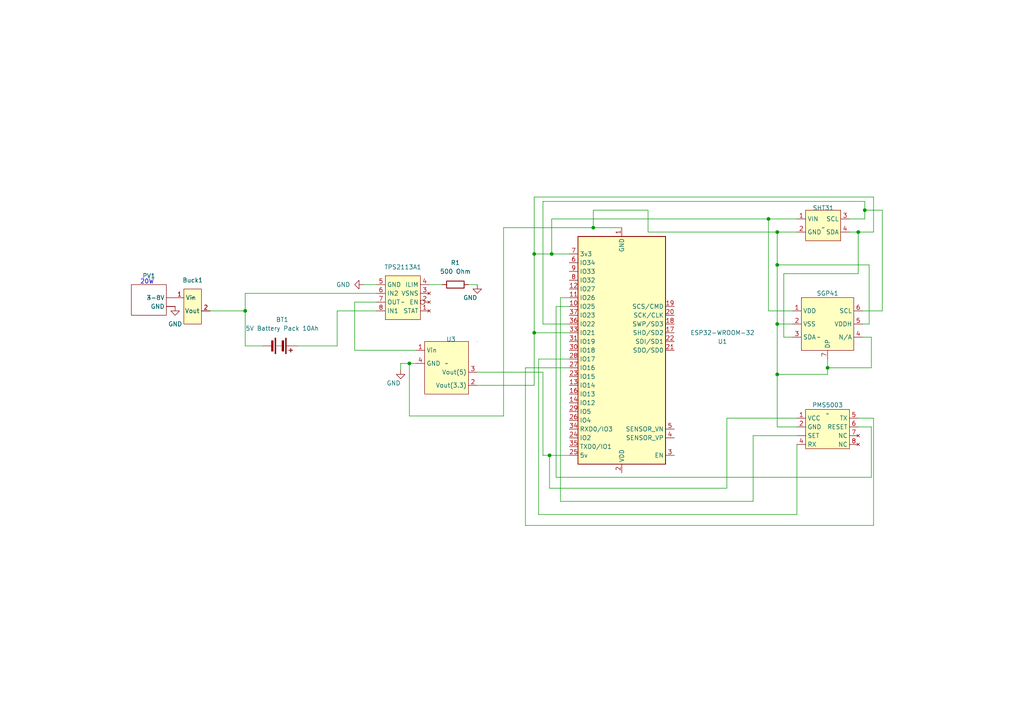
<source format=kicad_sch>
(kicad_sch (version 20230121) (generator eeschema)

  (uuid b68fd2ae-8697-49bc-b2da-065a31e80f2c)

  (paper "A4")

  (lib_symbols
    (symbol "Device:Battery" (pin_numbers hide) (pin_names (offset 0) hide) (in_bom yes) (on_board yes)
      (property "Reference" "BT" (at 2.54 2.54 0)
        (effects (font (size 1.27 1.27)) (justify left))
      )
      (property "Value" "Battery" (at 2.54 0 0)
        (effects (font (size 1.27 1.27)) (justify left))
      )
      (property "Footprint" "" (at 0 1.524 90)
        (effects (font (size 1.27 1.27)) hide)
      )
      (property "Datasheet" "~" (at 0 1.524 90)
        (effects (font (size 1.27 1.27)) hide)
      )
      (property "ki_keywords" "batt voltage-source cell" (at 0 0 0)
        (effects (font (size 1.27 1.27)) hide)
      )
      (property "ki_description" "Multiple-cell battery" (at 0 0 0)
        (effects (font (size 1.27 1.27)) hide)
      )
      (symbol "Battery_0_1"
        (rectangle (start -2.286 -1.27) (end 2.286 -1.524)
          (stroke (width 0) (type default))
          (fill (type outline))
        )
        (rectangle (start -2.286 1.778) (end 2.286 1.524)
          (stroke (width 0) (type default))
          (fill (type outline))
        )
        (rectangle (start -1.524 -2.032) (end 1.524 -2.54)
          (stroke (width 0) (type default))
          (fill (type outline))
        )
        (rectangle (start -1.524 1.016) (end 1.524 0.508)
          (stroke (width 0) (type default))
          (fill (type outline))
        )
        (polyline
          (pts
            (xy 0 -1.016)
            (xy 0 -0.762)
          )
          (stroke (width 0) (type default))
          (fill (type none))
        )
        (polyline
          (pts
            (xy 0 -0.508)
            (xy 0 -0.254)
          )
          (stroke (width 0) (type default))
          (fill (type none))
        )
        (polyline
          (pts
            (xy 0 0)
            (xy 0 0.254)
          )
          (stroke (width 0) (type default))
          (fill (type none))
        )
        (polyline
          (pts
            (xy 0 1.778)
            (xy 0 2.54)
          )
          (stroke (width 0) (type default))
          (fill (type none))
        )
        (polyline
          (pts
            (xy 0.762 3.048)
            (xy 1.778 3.048)
          )
          (stroke (width 0.254) (type default))
          (fill (type none))
        )
        (polyline
          (pts
            (xy 1.27 3.556)
            (xy 1.27 2.54)
          )
          (stroke (width 0.254) (type default))
          (fill (type none))
        )
      )
      (symbol "Battery_1_1"
        (pin passive line (at 0 5.08 270) (length 2.54)
          (name "+" (effects (font (size 1.27 1.27))))
          (number "1" (effects (font (size 1.27 1.27))))
        )
        (pin passive line (at 0 -5.08 90) (length 2.54)
          (name "-" (effects (font (size 1.27 1.27))))
          (number "2" (effects (font (size 1.27 1.27))))
        )
      )
    )
    (symbol "Device:R" (pin_numbers hide) (pin_names (offset 0)) (in_bom yes) (on_board yes)
      (property "Reference" "R" (at 2.032 0 90)
        (effects (font (size 1.27 1.27)))
      )
      (property "Value" "R" (at 0 0 90)
        (effects (font (size 1.27 1.27)))
      )
      (property "Footprint" "" (at -1.778 0 90)
        (effects (font (size 1.27 1.27)) hide)
      )
      (property "Datasheet" "~" (at 0 0 0)
        (effects (font (size 1.27 1.27)) hide)
      )
      (property "ki_keywords" "R res resistor" (at 0 0 0)
        (effects (font (size 1.27 1.27)) hide)
      )
      (property "ki_description" "Resistor" (at 0 0 0)
        (effects (font (size 1.27 1.27)) hide)
      )
      (property "ki_fp_filters" "R_*" (at 0 0 0)
        (effects (font (size 1.27 1.27)) hide)
      )
      (symbol "R_0_1"
        (rectangle (start -1.016 -2.54) (end 1.016 2.54)
          (stroke (width 0.254) (type default))
          (fill (type none))
        )
      )
      (symbol "R_1_1"
        (pin passive line (at 0 3.81 270) (length 1.27)
          (name "~" (effects (font (size 1.27 1.27))))
          (number "1" (effects (font (size 1.27 1.27))))
        )
        (pin passive line (at 0 -3.81 90) (length 1.27)
          (name "~" (effects (font (size 1.27 1.27))))
          (number "2" (effects (font (size 1.27 1.27))))
        )
      )
    )
    (symbol "ESP32-WROOM-32_1" (in_bom yes) (on_board yes)
      (property "Reference" "U1" (at 1.27 -48.26 90)
        (effects (font (size 1.27 1.27)))
      )
      (property "Value" "ESP32-WROOM-32" (at -1.27 -49.53 90)
        (effects (font (size 1.27 1.27)))
      )
      (property "Footprint" "RF_Module:ESP32-WROOM-32" (at 0 -38.1 0)
        (effects (font (size 1.27 1.27)) hide)
      )
      (property "Datasheet" "https://www.espressif.com/sites/default/files/documentation/esp32-wroom-32_datasheet_en.pdf" (at -7.62 1.27 0)
        (effects (font (size 1.27 1.27)) hide)
      )
      (property "ki_keywords" "RF Radio BT ESP ESP32 Espressif onboard PCB antenna" (at 0 0 0)
        (effects (font (size 1.27 1.27)) hide)
      )
      (property "ki_description" "RF Module, ESP32-D0WDQ6 SoC, Wi-Fi 802.11b/g/n, Bluetooth, BLE, 32-bit, 2.7-3.6V, onboard antenna, SMD" (at 0 0 0)
        (effects (font (size 1.27 1.27)) hide)
      )
      (property "ki_fp_filters" "ESP32?WROOM?32*" (at 0 0 0)
        (effects (font (size 1.27 1.27)) hide)
      )
      (symbol "ESP32-WROOM-32_1_0_1"
        (rectangle (start -12.7 33.02) (end 12.7 -33.02)
          (stroke (width 0.254) (type default))
          (fill (type background))
        )
      )
      (symbol "ESP32-WROOM-32_1_1_1"
        (pin power_in line (at 0 -35.56 90) (length 2.54)
          (name "GND" (effects (font (size 1.27 1.27))))
          (number "1" (effects (font (size 1.27 1.27))))
        )
        (pin bidirectional line (at 15.24 -12.7 180) (length 2.54)
          (name "IO25" (effects (font (size 1.27 1.27))))
          (number "10" (effects (font (size 1.27 1.27))))
        )
        (pin bidirectional line (at 15.24 -15.24 180) (length 2.54)
          (name "IO26" (effects (font (size 1.27 1.27))))
          (number "11" (effects (font (size 1.27 1.27))))
        )
        (pin bidirectional line (at 15.24 -17.78 180) (length 2.54)
          (name "IO27" (effects (font (size 1.27 1.27))))
          (number "12" (effects (font (size 1.27 1.27))))
        )
        (pin bidirectional line (at 15.24 10.16 180) (length 2.54)
          (name "IO14" (effects (font (size 1.27 1.27))))
          (number "13" (effects (font (size 1.27 1.27))))
        )
        (pin bidirectional line (at 15.24 15.24 180) (length 2.54)
          (name "IO12" (effects (font (size 1.27 1.27))))
          (number "14" (effects (font (size 1.27 1.27))))
        )
        (pin passive line (at 0 -35.56 90) (length 2.54) hide
          (name "GND" (effects (font (size 1.27 1.27))))
          (number "15" (effects (font (size 1.27 1.27))))
        )
        (pin bidirectional line (at 15.24 12.7 180) (length 2.54)
          (name "IO13" (effects (font (size 1.27 1.27))))
          (number "16" (effects (font (size 1.27 1.27))))
        )
        (pin bidirectional line (at -15.24 -5.08 0) (length 2.54)
          (name "SHD/SD2" (effects (font (size 1.27 1.27))))
          (number "17" (effects (font (size 1.27 1.27))))
        )
        (pin bidirectional line (at -15.24 -7.62 0) (length 2.54)
          (name "SWP/SD3" (effects (font (size 1.27 1.27))))
          (number "18" (effects (font (size 1.27 1.27))))
        )
        (pin bidirectional line (at -15.24 -12.7 0) (length 2.54)
          (name "SCS/CMD" (effects (font (size 1.27 1.27))))
          (number "19" (effects (font (size 1.27 1.27))))
        )
        (pin power_in line (at 0 35.56 270) (length 2.54)
          (name "VDD" (effects (font (size 1.27 1.27))))
          (number "2" (effects (font (size 1.27 1.27))))
        )
        (pin bidirectional line (at -15.24 -10.16 0) (length 2.54)
          (name "SCK/CLK" (effects (font (size 1.27 1.27))))
          (number "20" (effects (font (size 1.27 1.27))))
        )
        (pin bidirectional line (at -15.24 0 0) (length 2.54)
          (name "SDO/SD0" (effects (font (size 1.27 1.27))))
          (number "21" (effects (font (size 1.27 1.27))))
        )
        (pin bidirectional line (at -15.24 -2.54 0) (length 2.54)
          (name "SDI/SD1" (effects (font (size 1.27 1.27))))
          (number "22" (effects (font (size 1.27 1.27))))
        )
        (pin bidirectional line (at 15.24 7.62 180) (length 2.54)
          (name "IO15" (effects (font (size 1.27 1.27))))
          (number "23" (effects (font (size 1.27 1.27))))
        )
        (pin bidirectional line (at 15.24 25.4 180) (length 2.54)
          (name "IO2" (effects (font (size 1.27 1.27))))
          (number "24" (effects (font (size 1.27 1.27))))
        )
        (pin bidirectional line (at 15.24 30.48 180) (length 2.54)
          (name "5v" (effects (font (size 1.27 1.27))))
          (number "25" (effects (font (size 1.27 1.27))))
        )
        (pin bidirectional line (at 15.24 20.32 180) (length 2.54)
          (name "IO4" (effects (font (size 1.27 1.27))))
          (number "26" (effects (font (size 1.27 1.27))))
        )
        (pin bidirectional line (at 15.24 5.08 180) (length 2.54)
          (name "IO16" (effects (font (size 1.27 1.27))))
          (number "27" (effects (font (size 1.27 1.27))))
        )
        (pin bidirectional line (at 15.24 2.54 180) (length 2.54)
          (name "IO17" (effects (font (size 1.27 1.27))))
          (number "28" (effects (font (size 1.27 1.27))))
        )
        (pin bidirectional line (at 15.24 17.78 180) (length 2.54)
          (name "IO5" (effects (font (size 1.27 1.27))))
          (number "29" (effects (font (size 1.27 1.27))))
        )
        (pin input line (at -15.24 30.48 0) (length 2.54)
          (name "EN" (effects (font (size 1.27 1.27))))
          (number "3" (effects (font (size 1.27 1.27))))
        )
        (pin bidirectional line (at 15.24 0 180) (length 2.54)
          (name "IO18" (effects (font (size 1.27 1.27))))
          (number "30" (effects (font (size 1.27 1.27))))
        )
        (pin bidirectional line (at 15.24 -2.54 180) (length 2.54)
          (name "IO19" (effects (font (size 1.27 1.27))))
          (number "31" (effects (font (size 1.27 1.27))))
        )
        (pin no_connect line (at -12.7 -27.94 0) (length 2.54) hide
          (name "NC" (effects (font (size 1.27 1.27))))
          (number "32" (effects (font (size 1.27 1.27))))
        )
        (pin bidirectional line (at 15.24 -5.08 180) (length 2.54)
          (name "IO21" (effects (font (size 1.27 1.27))))
          (number "33" (effects (font (size 1.27 1.27))))
        )
        (pin bidirectional line (at 15.24 22.86 180) (length 2.54)
          (name "RXD0/IO3" (effects (font (size 1.27 1.27))))
          (number "34" (effects (font (size 1.27 1.27))))
        )
        (pin bidirectional line (at 15.24 27.94 180) (length 2.54)
          (name "TXD0/IO1" (effects (font (size 1.27 1.27))))
          (number "35" (effects (font (size 1.27 1.27))))
        )
        (pin bidirectional line (at 15.24 -7.62 180) (length 2.54)
          (name "IO22" (effects (font (size 1.27 1.27))))
          (number "36" (effects (font (size 1.27 1.27))))
        )
        (pin bidirectional line (at 15.24 -10.16 180) (length 2.54)
          (name "IO23" (effects (font (size 1.27 1.27))))
          (number "37" (effects (font (size 1.27 1.27))))
        )
        (pin passive line (at 0 -35.56 90) (length 2.54) hide
          (name "GND" (effects (font (size 1.27 1.27))))
          (number "38" (effects (font (size 1.27 1.27))))
        )
        (pin passive line (at 0 -35.56 90) (length 2.54) hide
          (name "GND" (effects (font (size 1.27 1.27))))
          (number "39" (effects (font (size 1.27 1.27))))
        )
        (pin input line (at -15.24 25.4 0) (length 2.54)
          (name "SENSOR_VP" (effects (font (size 1.27 1.27))))
          (number "4" (effects (font (size 1.27 1.27))))
        )
        (pin input line (at -15.24 22.86 0) (length 2.54)
          (name "SENSOR_VN" (effects (font (size 1.27 1.27))))
          (number "5" (effects (font (size 1.27 1.27))))
        )
        (pin input line (at 15.24 -25.4 180) (length 2.54)
          (name "IO34" (effects (font (size 1.27 1.27))))
          (number "6" (effects (font (size 1.27 1.27))))
        )
        (pin bidirectional line (at 15.24 -27.94 180) (length 2.54)
          (name "3v3" (effects (font (size 1.27 1.27))))
          (number "7" (effects (font (size 1.27 1.27))))
        )
        (pin bidirectional line (at 15.24 -20.32 180) (length 2.54)
          (name "IO32" (effects (font (size 1.27 1.27))))
          (number "8" (effects (font (size 1.27 1.27))))
        )
        (pin bidirectional line (at 15.24 -22.86 180) (length 2.54)
          (name "IO33" (effects (font (size 1.27 1.27))))
          (number "9" (effects (font (size 1.27 1.27))))
        )
      )
    )
    (symbol "New_Library:buck" (in_bom yes) (on_board yes)
      (property "Reference" "U" (at 0 3.81 0)
        (effects (font (size 1.27 1.27)))
      )
      (property "Value" "" (at 0 0 0)
        (effects (font (size 1.27 1.27)))
      )
      (property "Footprint" "" (at 0 0 0)
        (effects (font (size 1.27 1.27)) hide)
      )
      (property "Datasheet" "" (at 0 0 0)
        (effects (font (size 1.27 1.27)) hide)
      )
      (symbol "buck_1_1"
        (rectangle (start -2.54 2.54) (end 2.54 -7.62)
          (stroke (width 0) (type default))
          (fill (type background))
        )
        (pin input line (at -5.08 0 0) (length 2.54)
          (name "Vin" (effects (font (size 1.27 1.27))))
          (number "1" (effects (font (size 1.27 1.27))))
        )
        (pin output line (at 5.08 -3.81 180) (length 2.54)
          (name "Vout" (effects (font (size 1.27 1.27))))
          (number "2" (effects (font (size 1.27 1.27))))
        )
      )
    )
    (symbol "New_Library:tsp2113apw" (in_bom yes) (on_board yes)
      (property "Reference" "U" (at 0 6.35 0)
        (effects (font (size 1.27 1.27)))
      )
      (property "Value" "" (at 0 0 0)
        (effects (font (size 1.27 1.27)))
      )
      (property "Footprint" "" (at 0 0 0)
        (effects (font (size 1.27 1.27)) hide)
      )
      (property "Datasheet" "" (at 0 0 0)
        (effects (font (size 1.27 1.27)) hide)
      )
      (symbol "tsp2113apw_1_1"
        (rectangle (start -5.08 5.08) (end 5.08 -7.62)
          (stroke (width 0) (type default))
          (fill (type background))
        )
        (pin no_connect line (at -7.62 2.54 0) (length 2.54)
          (name "STAT" (effects (font (size 1.27 1.27))))
          (number "1" (effects (font (size 1.27 1.27))))
        )
        (pin no_connect inverted (at -7.62 0 0) (length 2.54)
          (name "EN" (effects (font (size 1.27 1.27))))
          (number "2" (effects (font (size 1.27 1.27))))
        )
        (pin no_connect line (at -7.62 -2.54 0) (length 2.54)
          (name "VSNS" (effects (font (size 1.27 1.27))))
          (number "3" (effects (font (size 1.27 1.27))))
        )
        (pin input line (at -7.62 -5.08 0) (length 2.54)
          (name "ILIM" (effects (font (size 1.27 1.27))))
          (number "4" (effects (font (size 1.27 1.27))))
        )
        (pin power_in line (at 7.62 -5.08 180) (length 2.54)
          (name "GND" (effects (font (size 1.27 1.27))))
          (number "5" (effects (font (size 1.27 1.27))))
        )
        (pin power_in line (at 7.62 -2.54 180) (length 2.54)
          (name "IN2" (effects (font (size 1.27 1.27))))
          (number "6" (effects (font (size 1.27 1.27))))
        )
        (pin power_out line (at 7.62 0 180) (length 2.54)
          (name "OUT" (effects (font (size 1.27 1.27))))
          (number "7" (effects (font (size 1.27 1.27))))
        )
        (pin power_in line (at 7.62 2.54 180) (length 2.54)
          (name "IN1" (effects (font (size 1.27 1.27))))
          (number "8" (effects (font (size 1.27 1.27))))
        )
      )
    )
    (symbol "Solar_Panel_1" (in_bom yes) (on_board yes)
      (property "Reference" "PV" (at 0 7.62 0)
        (effects (font (size 1.27 1.27)))
      )
      (property "Value" "~" (at 0 0 0)
        (effects (font (size 1.27 1.27)))
      )
      (property "Footprint" "" (at 0 0 0)
        (effects (font (size 1.27 1.27)) hide)
      )
      (property "Datasheet" "" (at 0 0 0)
        (effects (font (size 1.27 1.27)) hide)
      )
      (symbol "Solar_Panel_1_0_1"
        (rectangle (start -5.08 3.81) (end 5.08 -5.08)
          (stroke (width 0) (type default))
          (fill (type none))
        )
      )
      (symbol "Solar_Panel_1_1_1"
        (pin power_out line (at 7.62 0 180) (length 2.54)
          (name "3-8V" (effects (font (size 1.27 1.27))))
          (number "" (effects (font (size 1.27 1.27))))
        )
        (pin power_out line (at 7.62 -2.54 180) (length 2.54)
          (name "GND" (effects (font (size 1.27 1.27))))
          (number "" (effects (font (size 1.27 1.27))))
        )
      )
    )
    (symbol "outdoor module:HW-131" (in_bom yes) (on_board yes)
      (property "Reference" "U" (at 0 7.62 0)
        (effects (font (size 1.27 1.27)))
      )
      (property "Value" "" (at 0 0 0)
        (effects (font (size 1.27 1.27)))
      )
      (property "Footprint" "" (at 0 0 0)
        (effects (font (size 1.27 1.27)) hide)
      )
      (property "Datasheet" "" (at 0 0 0)
        (effects (font (size 1.27 1.27)) hide)
      )
      (symbol "HW-131_0_1"
        (rectangle (start 8.89 6.35) (end 8.89 6.35)
          (stroke (width 0) (type default))
          (fill (type none))
        )
      )
      (symbol "HW-131_1_1"
        (rectangle (start -6.35 6.35) (end 6.35 -8.89)
          (stroke (width 0) (type default))
          (fill (type background))
        )
        (pin power_in line (at -8.89 3.81 0) (length 2.54)
          (name "Vin" (effects (font (size 1.27 1.27))))
          (number "1" (effects (font (size 1.27 1.27))))
        )
        (pin power_out line (at 8.89 -6.35 180) (length 2.54)
          (name "Vout(3.3)" (effects (font (size 1.27 1.27))))
          (number "2" (effects (font (size 1.27 1.27))))
        )
        (pin power_out line (at 8.89 -2.54 180) (length 2.54)
          (name "Vout(5)" (effects (font (size 1.27 1.27))))
          (number "3" (effects (font (size 1.27 1.27))))
        )
        (pin input line (at -8.89 0 0) (length 2.54)
          (name "GND" (effects (font (size 1.27 1.27))))
          (number "4" (effects (font (size 1.27 1.27))))
        )
      )
    )
    (symbol "outdoor:PMS5003" (in_bom yes) (on_board yes)
      (property "Reference" "U" (at 0 2.54 0)
        (effects (font (size 1.27 1.27)))
      )
      (property "Value" "" (at 0 0 0)
        (effects (font (size 1.27 1.27)))
      )
      (property "Footprint" "" (at 0 0 0)
        (effects (font (size 1.27 1.27)) hide)
      )
      (property "Datasheet" "" (at 0 0 0)
        (effects (font (size 1.27 1.27)) hide)
      )
      (symbol "PMS5003_1_1"
        (rectangle (start -6.35 1.27) (end 6.35 -10.16)
          (stroke (width 0) (type default))
          (fill (type background))
        )
        (pin input line (at -8.89 -6.35 0) (length 2.54)
          (name "SET" (effects (font (size 1.27 1.27))))
          (number "" (effects (font (size 1.27 1.27))))
        )
        (pin power_in line (at -8.89 -1.27 0) (length 2.54)
          (name "VCC" (effects (font (size 1.27 1.27))))
          (number "1" (effects (font (size 1.27 1.27))))
        )
        (pin power_in line (at -8.89 -3.81 0) (length 2.54)
          (name "GND" (effects (font (size 1.27 1.27))))
          (number "2" (effects (font (size 1.27 1.27))))
        )
        (pin input line (at -8.89 -8.89 0) (length 2.54)
          (name "RX" (effects (font (size 1.27 1.27))))
          (number "4" (effects (font (size 1.27 1.27))))
        )
        (pin output line (at 8.89 -1.27 180) (length 2.54)
          (name "TX" (effects (font (size 1.27 1.27))))
          (number "5" (effects (font (size 1.27 1.27))))
        )
        (pin input line (at 8.89 -3.81 180) (length 2.54)
          (name "RESET" (effects (font (size 1.27 1.27))))
          (number "6" (effects (font (size 1.27 1.27))))
        )
        (pin no_connect line (at 8.89 -6.35 180) (length 2.54)
          (name "NC" (effects (font (size 1.27 1.27))))
          (number "7" (effects (font (size 1.27 1.27))))
        )
        (pin no_connect line (at 8.89 -8.89 180) (length 2.54)
          (name "NC" (effects (font (size 1.27 1.27))))
          (number "8" (effects (font (size 1.27 1.27))))
        )
      )
    )
    (symbol "outdoor:sht31" (in_bom yes) (on_board yes)
      (property "Reference" "U" (at 0 6.35 0)
        (effects (font (size 1.27 1.27)))
      )
      (property "Value" "" (at 0 0 0)
        (effects (font (size 1.27 1.27)))
      )
      (property "Footprint" "" (at 0 0 0)
        (effects (font (size 1.27 1.27)) hide)
      )
      (property "Datasheet" "" (at 0 0 0)
        (effects (font (size 1.27 1.27)) hide)
      )
      (symbol "sht31_1_1"
        (rectangle (start -5.08 5.08) (end 5.08 -3.81)
          (stroke (width 0) (type default))
          (fill (type background))
        )
        (pin power_in line (at -7.62 2.54 0) (length 2.54)
          (name "VIN" (effects (font (size 1.27 1.27))))
          (number "1" (effects (font (size 1.27 1.27))))
        )
        (pin power_in line (at -7.62 -1.27 0) (length 2.54)
          (name "GND" (effects (font (size 1.27 1.27))))
          (number "2" (effects (font (size 1.27 1.27))))
        )
        (pin input line (at 7.62 2.54 180) (length 2.54)
          (name "SCL" (effects (font (size 1.27 1.27))))
          (number "3" (effects (font (size 1.27 1.27))))
        )
        (pin bidirectional line (at 7.62 -1.27 180) (length 2.54)
          (name "SDA" (effects (font (size 1.27 1.27))))
          (number "4" (effects (font (size 1.27 1.27))))
        )
      )
    )
    (symbol "outdoor:spg41" (in_bom yes) (on_board yes)
      (property "Reference" "U" (at 0 8.89 0)
        (effects (font (size 1.27 1.27)))
      )
      (property "Value" "" (at -2.54 -3.81 0)
        (effects (font (size 1.27 1.27)))
      )
      (property "Footprint" "" (at -2.54 -3.81 0)
        (effects (font (size 1.27 1.27)) hide)
      )
      (property "Datasheet" "" (at -2.54 -3.81 0)
        (effects (font (size 1.27 1.27)) hide)
      )
      (symbol "spg41_1_1"
        (rectangle (start -7.62 7.62) (end 7.62 -7.62)
          (stroke (width 0) (type default))
          (fill (type background))
        )
        (pin power_in line (at -10.16 3.81 0) (length 2.54)
          (name "VDD" (effects (font (size 1.27 1.27))))
          (number "1" (effects (font (size 1.27 1.27))))
        )
        (pin power_in line (at -10.16 0 0) (length 2.54)
          (name "VSS" (effects (font (size 1.27 1.27))))
          (number "2" (effects (font (size 1.27 1.27))))
        )
        (pin bidirectional line (at -10.16 -3.81 0) (length 2.54)
          (name "SDA" (effects (font (size 1.27 1.27))))
          (number "3" (effects (font (size 1.27 1.27))))
        )
        (pin power_in line (at 10.16 -3.81 180) (length 2.54)
          (name "N/A" (effects (font (size 1.27 1.27))))
          (number "4" (effects (font (size 1.27 1.27))))
        )
        (pin power_in line (at 10.16 0 180) (length 2.54)
          (name "VDDH" (effects (font (size 1.27 1.27))))
          (number "5" (effects (font (size 1.27 1.27))))
        )
        (pin input line (at 10.16 3.81 180) (length 2.54)
          (name "SCL" (effects (font (size 1.27 1.27))))
          (number "6" (effects (font (size 1.27 1.27))))
        )
        (pin power_in line (at 0 -10.16 90) (length 2.54)
          (name "DP" (effects (font (size 1.27 1.27))))
          (number "7" (effects (font (size 1.27 1.27))))
        )
      )
    )
    (symbol "power:GND" (power) (pin_names (offset 0)) (in_bom yes) (on_board yes)
      (property "Reference" "#PWR" (at 0 -6.35 0)
        (effects (font (size 1.27 1.27)) hide)
      )
      (property "Value" "GND" (at 0 -3.81 0)
        (effects (font (size 1.27 1.27)))
      )
      (property "Footprint" "" (at 0 0 0)
        (effects (font (size 1.27 1.27)) hide)
      )
      (property "Datasheet" "" (at 0 0 0)
        (effects (font (size 1.27 1.27)) hide)
      )
      (property "ki_keywords" "global power" (at 0 0 0)
        (effects (font (size 1.27 1.27)) hide)
      )
      (property "ki_description" "Power symbol creates a global label with name \"GND\" , ground" (at 0 0 0)
        (effects (font (size 1.27 1.27)) hide)
      )
      (symbol "GND_0_1"
        (polyline
          (pts
            (xy 0 0)
            (xy 0 -1.27)
            (xy 1.27 -1.27)
            (xy 0 -2.54)
            (xy -1.27 -1.27)
            (xy 0 -1.27)
          )
          (stroke (width 0) (type default))
          (fill (type none))
        )
      )
      (symbol "GND_1_1"
        (pin power_in line (at 0 0 270) (length 0) hide
          (name "GND" (effects (font (size 1.27 1.27))))
          (number "1" (effects (font (size 1.27 1.27))))
        )
      )
    )
  )

  (junction (at 250.825 60.96) (diameter 0) (color 0 0 0 0)
    (uuid 06f3c56d-98a7-4faf-a46f-d44a71991c2e)
  )
  (junction (at 71.12 90.17) (diameter 0) (color 0 0 0 0)
    (uuid 119ee00e-fad3-4a0e-be5c-5a0d15cdaa09)
  )
  (junction (at 225.425 76.835) (diameter 0) (color 0 0 0 0)
    (uuid 3036e31c-8c6f-448d-a512-a279153cc775)
  )
  (junction (at 225.425 93.98) (diameter 0) (color 0 0 0 0)
    (uuid 3d0e3b1d-e45c-4286-8647-a0403d6fe3d2)
  )
  (junction (at 159.385 132.08) (diameter 0) (color 0 0 0 0)
    (uuid 59a44654-d832-4085-a956-b624fa01df17)
  )
  (junction (at 172.085 66.04) (diameter 0) (color 0 0 0 0)
    (uuid 6c9a5ced-e8b3-4a5b-b3c1-c05a8ee3f355)
  )
  (junction (at 225.425 67.31) (diameter 0) (color 0 0 0 0)
    (uuid 6e34eda1-7c2d-467a-9b9c-94947b6dd765)
  )
  (junction (at 118.745 105.41) (diameter 0) (color 0 0 0 0)
    (uuid 771aab28-992f-4ae1-820f-4c3066208411)
  )
  (junction (at 240.03 106.68) (diameter 0) (color 0 0 0 0)
    (uuid 7c716515-2b31-46d1-8f61-985fac14e684)
  )
  (junction (at 222.885 63.5) (diameter 0) (color 0 0 0 0)
    (uuid 9859c590-4359-4675-9cdd-a0ea453ab4dd)
  )
  (junction (at 248.92 67.31) (diameter 0) (color 0 0 0 0)
    (uuid b5a22d17-1651-4eed-a28b-639528fd1f2a)
  )
  (junction (at 225.425 108.585) (diameter 0) (color 0 0 0 0)
    (uuid d15fa650-14c8-4527-af74-c697679698a4)
  )
  (junction (at 154.94 73.66) (diameter 0) (color 0 0 0 0)
    (uuid e3a1e66d-0d44-46d9-ac0d-717c29c6fb2e)
  )
  (junction (at 160.02 73.66) (diameter 0) (color 0 0 0 0)
    (uuid e6fb253b-ee9c-409a-a7fc-5b0b453187e5)
  )
  (junction (at 154.94 96.52) (diameter 0) (color 0 0 0 0)
    (uuid ea16ccb0-700e-4421-9f46-3d1f63973790)
  )

  (wire (pts (xy 102.87 101.6) (xy 120.65 101.6))
    (stroke (width 0) (type default))
    (uuid 02fc2913-fdfe-4e56-9d5a-612990e3f2b5)
  )
  (wire (pts (xy 240.03 104.14) (xy 240.03 106.68))
    (stroke (width 0) (type default))
    (uuid 1467ad76-669b-4163-8658-148827659365)
  )
  (wire (pts (xy 231.14 123.825) (xy 225.425 123.825))
    (stroke (width 0) (type default))
    (uuid 166aadde-516d-40e8-810e-02cafbb1676c)
  )
  (wire (pts (xy 229.87 90.17) (xy 222.885 90.17))
    (stroke (width 0) (type default))
    (uuid 1853fe43-7379-452f-afee-6d5749b7ef2c)
  )
  (wire (pts (xy 135.89 82.55) (xy 138.43 82.55))
    (stroke (width 0) (type default))
    (uuid 1ba87dd1-c10d-4795-9668-8b6cf10d2b90)
  )
  (wire (pts (xy 152.4 106.68) (xy 165.1 106.68))
    (stroke (width 0) (type default))
    (uuid 1d87abe3-6d9e-4413-8f0f-0b1402c5efd8)
  )
  (wire (pts (xy 231.14 149.225) (xy 156.21 149.225))
    (stroke (width 0) (type default))
    (uuid 1d9b740a-a7f2-44e0-9fc5-bdd8ead44081)
  )
  (wire (pts (xy 252.095 93.98) (xy 252.095 76.835))
    (stroke (width 0) (type default))
    (uuid 1e5b2cc1-1fe4-4226-bc4c-6e483cce7c7b)
  )
  (wire (pts (xy 231.14 121.285) (xy 210.82 121.285))
    (stroke (width 0) (type default))
    (uuid 1f8add64-5c4c-440d-bc10-e94348282117)
  )
  (wire (pts (xy 222.885 90.17) (xy 222.885 63.5))
    (stroke (width 0) (type default))
    (uuid 2065fd3a-ba44-4af9-975f-da0f3962083b)
  )
  (wire (pts (xy 71.12 85.09) (xy 71.12 90.17))
    (stroke (width 0) (type default))
    (uuid 20b37a96-2c3b-4a5b-acde-7a181bc7f518)
  )
  (wire (pts (xy 109.22 85.09) (xy 71.12 85.09))
    (stroke (width 0) (type default))
    (uuid 23a2140c-8742-40b9-831a-024fc3f51383)
  )
  (wire (pts (xy 250.825 60.96) (xy 250.825 63.5))
    (stroke (width 0) (type default))
    (uuid 26fa6fbe-23a4-4f55-8409-10ea58af857b)
  )
  (wire (pts (xy 253.365 67.31) (xy 248.92 67.31))
    (stroke (width 0) (type default))
    (uuid 27268465-373c-4837-9ddc-2f4f4634fda0)
  )
  (wire (pts (xy 154.94 57.15) (xy 253.365 57.15))
    (stroke (width 0) (type default))
    (uuid 27c51617-2d79-4b19-81d5-6806f03e54ec)
  )
  (wire (pts (xy 231.14 126.365) (xy 218.44 126.365))
    (stroke (width 0) (type default))
    (uuid 27f29001-19e2-4b3d-9ee2-d020314b2382)
  )
  (wire (pts (xy 252.73 106.68) (xy 240.03 106.68))
    (stroke (width 0) (type default))
    (uuid 2a69f33a-7c58-4bcd-b40d-b3eabea6866f)
  )
  (wire (pts (xy 227.33 97.79) (xy 227.33 79.375))
    (stroke (width 0) (type default))
    (uuid 2dbbd881-d62b-47f1-88d7-25c50a60bb53)
  )
  (wire (pts (xy 156.21 104.14) (xy 165.1 104.14))
    (stroke (width 0) (type default))
    (uuid 2fbde19f-7243-466d-a01b-932e6ab123ab)
  )
  (wire (pts (xy 240.03 108.585) (xy 225.425 108.585))
    (stroke (width 0) (type default))
    (uuid 2fd408a9-40d1-4e92-9610-60d18bb4bc8b)
  )
  (wire (pts (xy 162.56 86.36) (xy 165.1 86.36))
    (stroke (width 0) (type default))
    (uuid 31f3c06f-59f2-4ed3-b6ae-7e348d1bce5f)
  )
  (wire (pts (xy 154.94 73.66) (xy 160.02 73.66))
    (stroke (width 0) (type default))
    (uuid 33809389-1822-497d-aae2-ae1a96cbaa75)
  )
  (wire (pts (xy 231.14 67.31) (xy 225.425 67.31))
    (stroke (width 0) (type default))
    (uuid 371410ca-5c78-4e99-8316-13c8a83d0b5e)
  )
  (wire (pts (xy 225.425 108.585) (xy 225.425 123.825))
    (stroke (width 0) (type default))
    (uuid 37897c1b-c28e-4e48-832b-67b2ca54e8d3)
  )
  (wire (pts (xy 71.12 90.17) (xy 71.12 100.33))
    (stroke (width 0) (type default))
    (uuid 37c59143-af86-499c-a0fb-8e7d4959c168)
  )
  (wire (pts (xy 252.095 76.835) (xy 225.425 76.835))
    (stroke (width 0) (type default))
    (uuid 3ccc8243-09c7-4916-aabe-7e7c0e4909b2)
  )
  (wire (pts (xy 227.33 79.375) (xy 248.92 79.375))
    (stroke (width 0) (type default))
    (uuid 40c49b6a-da48-4b0a-8786-96c6bd06f4f3)
  )
  (wire (pts (xy 157.48 132.08) (xy 159.385 132.08))
    (stroke (width 0) (type default))
    (uuid 512aef4e-7c6d-4bd1-ab21-9e764a8b0c5e)
  )
  (wire (pts (xy 172.085 60.96) (xy 172.085 66.04))
    (stroke (width 0) (type default))
    (uuid 52633f79-2f14-408f-9925-855b0592260a)
  )
  (wire (pts (xy 159.385 132.08) (xy 165.1 132.08))
    (stroke (width 0) (type default))
    (uuid 554c6fce-f0bb-49e9-8876-0f6273708539)
  )
  (wire (pts (xy 146.05 120.65) (xy 118.745 120.65))
    (stroke (width 0) (type default))
    (uuid 58f37de6-431d-42d6-b5c2-c03325929740)
  )
  (wire (pts (xy 229.87 97.79) (xy 227.33 97.79))
    (stroke (width 0) (type default))
    (uuid 59119100-eb27-4dc5-b14d-43a60caa076f)
  )
  (wire (pts (xy 162.56 145.415) (xy 162.56 86.36))
    (stroke (width 0) (type default))
    (uuid 594b5752-7d75-48a7-82a4-1f380f8f9994)
  )
  (wire (pts (xy 157.48 107.95) (xy 157.48 132.08))
    (stroke (width 0) (type default))
    (uuid 598ebf64-0fb5-41af-9c47-9486ba7f3a43)
  )
  (wire (pts (xy 124.46 82.55) (xy 128.27 82.55))
    (stroke (width 0) (type default))
    (uuid 5baeeccc-d6f6-47f2-9b89-eafd87e20278)
  )
  (wire (pts (xy 252.73 123.825) (xy 252.73 138.43))
    (stroke (width 0) (type default))
    (uuid 5f13fc1c-1901-40ec-8e09-a2a5d91e8e00)
  )
  (wire (pts (xy 248.92 67.31) (xy 246.38 67.31))
    (stroke (width 0) (type default))
    (uuid 5fc346ed-1a0d-4a63-a881-be6cc9aeea73)
  )
  (wire (pts (xy 152.4 152.4) (xy 152.4 106.68))
    (stroke (width 0) (type default))
    (uuid 67e54422-eeb8-4659-9b4c-df4af51a0ab1)
  )
  (wire (pts (xy 187.96 67.31) (xy 187.96 60.96))
    (stroke (width 0) (type default))
    (uuid 6da2fd92-9852-4cbb-8e57-2a81027e8d64)
  )
  (wire (pts (xy 253.365 57.15) (xy 253.365 67.31))
    (stroke (width 0) (type default))
    (uuid 6e7dce0e-1c87-43cf-b16d-5b2dc8e4dbeb)
  )
  (wire (pts (xy 229.87 93.98) (xy 225.425 93.98))
    (stroke (width 0) (type default))
    (uuid 70001fdd-1c37-4a9f-bc5c-f7b3de225dac)
  )
  (wire (pts (xy 250.19 90.17) (xy 255.905 90.17))
    (stroke (width 0) (type default))
    (uuid 72e4767d-19c4-4ab1-ad86-4f0f83a4ed53)
  )
  (wire (pts (xy 86.36 100.33) (xy 97.79 100.33))
    (stroke (width 0) (type default))
    (uuid 73068cef-db15-41f4-9cd6-b94d09b260a7)
  )
  (wire (pts (xy 165.1 93.98) (xy 157.48 93.98))
    (stroke (width 0) (type default))
    (uuid 7bf33d38-abd6-4983-8b2d-33c9360f4215)
  )
  (wire (pts (xy 154.94 57.15) (xy 154.94 73.66))
    (stroke (width 0) (type default))
    (uuid 82b97d86-72bf-446d-8f01-b91d748cea7e)
  )
  (wire (pts (xy 210.82 121.285) (xy 210.82 141.605))
    (stroke (width 0) (type default))
    (uuid 83c84fdd-a598-4242-8118-7f4b05ef7a89)
  )
  (wire (pts (xy 250.825 63.5) (xy 246.38 63.5))
    (stroke (width 0) (type default))
    (uuid 8870ca0e-a209-44ed-85c3-3846ad65031b)
  )
  (wire (pts (xy 97.79 100.33) (xy 97.79 90.17))
    (stroke (width 0) (type default))
    (uuid 88fc0bdf-e5d7-439f-8592-39637b548bbc)
  )
  (wire (pts (xy 255.905 90.17) (xy 255.905 60.96))
    (stroke (width 0) (type default))
    (uuid 89f177aa-ce3a-4e03-a43b-6230053a87ff)
  )
  (wire (pts (xy 225.425 67.31) (xy 225.425 76.835))
    (stroke (width 0) (type default))
    (uuid 8acd63bd-e52c-4418-9f94-1f14664af7ee)
  )
  (wire (pts (xy 225.425 67.31) (xy 187.96 67.31))
    (stroke (width 0) (type default))
    (uuid 8b819f3c-b076-4347-9bee-60afee09e60e)
  )
  (wire (pts (xy 71.12 100.33) (xy 76.2 100.33))
    (stroke (width 0) (type default))
    (uuid 8cd07d36-dafc-41bf-9b62-9d0cba03f668)
  )
  (wire (pts (xy 253.365 152.4) (xy 152.4 152.4))
    (stroke (width 0) (type default))
    (uuid 913e37ee-ebd8-44df-ae82-4c1618c78c4d)
  )
  (wire (pts (xy 225.425 93.98) (xy 225.425 108.585))
    (stroke (width 0) (type default))
    (uuid 948f108e-806f-4a96-90f6-02119a7fc5ea)
  )
  (wire (pts (xy 255.905 60.96) (xy 250.825 60.96))
    (stroke (width 0) (type default))
    (uuid 9a916513-1f66-4cf2-a889-cfe6d791bf9f)
  )
  (wire (pts (xy 159.385 141.605) (xy 159.385 132.08))
    (stroke (width 0) (type default))
    (uuid 9c30ef9f-d03e-42a7-a037-a8294483d60f)
  )
  (wire (pts (xy 248.92 123.825) (xy 252.73 123.825))
    (stroke (width 0) (type default))
    (uuid a0893d4e-9ed1-49f4-91d9-303ef4cea7fb)
  )
  (wire (pts (xy 138.43 107.95) (xy 157.48 107.95))
    (stroke (width 0) (type default))
    (uuid a0f01561-9e75-4aea-9a37-0956619fac8c)
  )
  (wire (pts (xy 102.87 101.6) (xy 102.87 87.63))
    (stroke (width 0) (type default))
    (uuid a99772dc-c012-4bf4-a1e0-647eb98d8c5c)
  )
  (wire (pts (xy 252.73 138.43) (xy 161.29 138.43))
    (stroke (width 0) (type default))
    (uuid aa5956be-c0fa-40f5-93c0-cd8f38a28baf)
  )
  (wire (pts (xy 157.48 58.42) (xy 250.825 58.42))
    (stroke (width 0) (type default))
    (uuid acadfd0c-deaa-4ca9-95c4-f6d5542ce6bc)
  )
  (wire (pts (xy 218.44 126.365) (xy 218.44 145.415))
    (stroke (width 0) (type default))
    (uuid af8f6ff8-c905-4327-b645-e43ef0430ad3)
  )
  (wire (pts (xy 231.14 128.905) (xy 231.14 149.225))
    (stroke (width 0) (type default))
    (uuid b6015a91-af60-4fb3-ae5d-be6e153b1219)
  )
  (wire (pts (xy 252.73 97.79) (xy 252.73 106.68))
    (stroke (width 0) (type default))
    (uuid b7100eab-1cc5-4f97-8b96-e02d8ff0b6d4)
  )
  (wire (pts (xy 118.745 105.41) (xy 116.205 105.41))
    (stroke (width 0) (type default))
    (uuid b71ce3b5-73bf-4b6e-bed6-5007b1bbd9d8)
  )
  (wire (pts (xy 160.02 63.5) (xy 160.02 73.66))
    (stroke (width 0) (type default))
    (uuid b8f2dae6-e976-418b-b148-bddad2da83c2)
  )
  (wire (pts (xy 222.885 63.5) (xy 160.02 63.5))
    (stroke (width 0) (type default))
    (uuid bcf5a960-f8fa-4b7b-b0f8-77f77aaf533e)
  )
  (wire (pts (xy 118.745 120.65) (xy 118.745 105.41))
    (stroke (width 0) (type default))
    (uuid bd47bb94-67ce-4ab9-955d-2a912a0ab917)
  )
  (wire (pts (xy 160.02 73.66) (xy 165.1 73.66))
    (stroke (width 0) (type default))
    (uuid bde9e880-7562-4f5d-9ca0-2beebbd50a04)
  )
  (wire (pts (xy 154.94 73.66) (xy 154.94 96.52))
    (stroke (width 0) (type default))
    (uuid beca2acc-6c95-4037-a63b-a07518f87ca8)
  )
  (wire (pts (xy 157.48 93.98) (xy 157.48 58.42))
    (stroke (width 0) (type default))
    (uuid c2a4669a-74a5-4aea-ae2b-d0ba3116f833)
  )
  (wire (pts (xy 250.825 58.42) (xy 250.825 60.96))
    (stroke (width 0) (type default))
    (uuid c6069fae-62b3-4a2e-8e6e-389a7757f10b)
  )
  (wire (pts (xy 250.19 97.79) (xy 252.73 97.79))
    (stroke (width 0) (type default))
    (uuid c92ff8b2-ca51-4660-9fcf-a39b69f9528b)
  )
  (wire (pts (xy 187.96 60.96) (xy 172.085 60.96))
    (stroke (width 0) (type default))
    (uuid ca2fdc85-fccd-48c4-aa35-312a502af00a)
  )
  (wire (pts (xy 60.96 90.17) (xy 71.12 90.17))
    (stroke (width 0) (type default))
    (uuid cafcb5a9-9be7-4d03-a33d-c4b33519e5bd)
  )
  (wire (pts (xy 253.365 121.285) (xy 253.365 152.4))
    (stroke (width 0) (type default))
    (uuid cff92938-a86e-4d48-a7a0-d0949da6c776)
  )
  (wire (pts (xy 161.29 88.9) (xy 165.1 88.9))
    (stroke (width 0) (type default))
    (uuid d0e58ae5-c485-440a-9a27-591d78ac04bd)
  )
  (wire (pts (xy 165.1 96.52) (xy 154.94 96.52))
    (stroke (width 0) (type default))
    (uuid d1b48833-d874-48ce-a29e-8d4921e58994)
  )
  (wire (pts (xy 102.87 87.63) (xy 109.22 87.63))
    (stroke (width 0) (type default))
    (uuid d3bf3d6f-a60b-4dde-90f6-1ceeb724c928)
  )
  (wire (pts (xy 218.44 145.415) (xy 162.56 145.415))
    (stroke (width 0) (type default))
    (uuid d6b62463-1431-4eba-8f3e-84277ce07d5d)
  )
  (wire (pts (xy 161.29 138.43) (xy 161.29 88.9))
    (stroke (width 0) (type default))
    (uuid daffe254-3a07-44fd-a4df-bac435f8c357)
  )
  (wire (pts (xy 231.14 63.5) (xy 222.885 63.5))
    (stroke (width 0) (type default))
    (uuid db7bf954-2992-410f-9d30-af37ac1a4ee8)
  )
  (wire (pts (xy 240.03 106.68) (xy 240.03 108.585))
    (stroke (width 0) (type default))
    (uuid dc07bd0a-f6ea-43e8-9020-3fb48ae3b56c)
  )
  (wire (pts (xy 180.34 66.04) (xy 172.085 66.04))
    (stroke (width 0) (type default))
    (uuid dc9795dc-4347-45c6-af2f-a8d1b3027c13)
  )
  (wire (pts (xy 250.19 93.98) (xy 252.095 93.98))
    (stroke (width 0) (type default))
    (uuid dd0cefc2-1565-4b3b-b134-99f196d65c77)
  )
  (wire (pts (xy 248.92 79.375) (xy 248.92 67.31))
    (stroke (width 0) (type default))
    (uuid e1c56fc7-8c68-4c1c-91bc-f0a90fc23d33)
  )
  (wire (pts (xy 105.41 82.55) (xy 109.22 82.55))
    (stroke (width 0) (type default))
    (uuid e2b22cf2-e88c-4825-9499-aa2da848c1fc)
  )
  (wire (pts (xy 156.21 149.225) (xy 156.21 104.14))
    (stroke (width 0) (type default))
    (uuid e2f16b59-45b7-4ecc-a40a-9d1991266473)
  )
  (wire (pts (xy 210.82 141.605) (xy 159.385 141.605))
    (stroke (width 0) (type default))
    (uuid e42cb7bc-a3c3-4570-bdb6-014eea5c6a85)
  )
  (wire (pts (xy 116.205 105.41) (xy 116.205 107.315))
    (stroke (width 0) (type default))
    (uuid e4787ff0-8b64-4b85-88c2-b65a7ccf8631)
  )
  (wire (pts (xy 225.425 76.835) (xy 225.425 93.98))
    (stroke (width 0) (type default))
    (uuid e5271cf2-d672-4200-b17c-4aa8631d8002)
  )
  (wire (pts (xy 120.65 105.41) (xy 118.745 105.41))
    (stroke (width 0) (type default))
    (uuid e80ba119-c2ba-4349-9347-fa480fbba3e4)
  )
  (wire (pts (xy 154.94 96.52) (xy 154.94 111.76))
    (stroke (width 0) (type default))
    (uuid e952a269-5677-4a04-9430-ca32ba9baaed)
  )
  (wire (pts (xy 146.05 66.04) (xy 146.05 120.65))
    (stroke (width 0) (type default))
    (uuid ee8a7dd4-5f50-4cb8-b1c0-c0238939c08d)
  )
  (wire (pts (xy 138.43 111.76) (xy 154.94 111.76))
    (stroke (width 0) (type default))
    (uuid f075987f-4c85-4f1f-b560-c76a2b4d44df)
  )
  (wire (pts (xy 172.085 66.04) (xy 146.05 66.04))
    (stroke (width 0) (type default))
    (uuid f3fb25f0-b9af-4fc2-a063-69c6626a1595)
  )
  (wire (pts (xy 248.92 121.285) (xy 253.365 121.285))
    (stroke (width 0) (type default))
    (uuid fa4874c0-1561-4936-97ee-12594d99007e)
  )
  (wire (pts (xy 97.79 90.17) (xy 109.22 90.17))
    (stroke (width 0) (type default))
    (uuid fddfb654-0c75-4f10-8bb2-d5be64fda3c2)
  )

  (text "20W" (at 40.64 82.55 0)
    (effects (font (face "KiCad Font") (size 1.27 1.27)) (justify left bottom))
    (uuid b4a05124-d700-4e1d-871c-b80f3ec3184f)
  )

  (symbol (lib_id "Device:R") (at 132.08 82.55 270) (unit 1)
    (in_bom yes) (on_board yes) (dnp no) (fields_autoplaced)
    (uuid 06d887bc-437a-4bfa-a20b-27772cdd2e02)
    (property "Reference" "R1" (at 132.08 76.2 90)
      (effects (font (size 1.27 1.27)))
    )
    (property "Value" "500 Ohm" (at 132.08 78.74 90)
      (effects (font (size 1.27 1.27)))
    )
    (property "Footprint" "" (at 132.08 80.772 90)
      (effects (font (size 1.27 1.27)) hide)
    )
    (property "Datasheet" "~" (at 132.08 82.55 0)
      (effects (font (size 1.27 1.27)) hide)
    )
    (pin "1" (uuid 1d98a7a9-c486-490b-a47c-5bc18ac4cc81))
    (pin "2" (uuid 20e8682a-74d7-44a4-b276-abdfa0debd81))
    (instances
      (project "outdoor module wiring 2"
        (path "/b68fd2ae-8697-49bc-b2da-065a31e80f2c"
          (reference "R1") (unit 1)
        )
      )
      (project "Loisaida Power Schematic"
        (path "/cca732cd-bb95-4fc9-b624-b9c93289a6a3"
          (reference "R1") (unit 1)
        )
      )
    )
  )

  (symbol (lib_id "outdoor module:HW-131") (at 129.54 105.41 0) (unit 1)
    (in_bom yes) (on_board yes) (dnp no) (fields_autoplaced)
    (uuid 21c5d7af-320b-4169-994e-f9e2297cd6dc)
    (property "Reference" "U3" (at 130.81 98.425 0)
      (effects (font (size 1.27 1.27)))
    )
    (property "Value" "~" (at 129.54 105.41 0)
      (effects (font (size 1.27 1.27)))
    )
    (property "Footprint" "" (at 129.54 105.41 0)
      (effects (font (size 1.27 1.27)) hide)
    )
    (property "Datasheet" "" (at 129.54 105.41 0)
      (effects (font (size 1.27 1.27)) hide)
    )
    (pin "1" (uuid f983ec8b-11c7-4081-8307-53d5c4b7d370))
    (pin "2" (uuid 2d95e050-f53e-408b-a983-a6867b339343))
    (pin "3" (uuid d43b8bc6-8c87-4add-b818-3680b8377a16))
    (pin "4" (uuid 1c8c5694-c6f6-4df4-9ff8-c0087c39269f))
    (instances
      (project "outdoor module wiring 2"
        (path "/b68fd2ae-8697-49bc-b2da-065a31e80f2c"
          (reference "U3") (unit 1)
        )
      )
    )
  )

  (symbol (lib_id "power:GND") (at 50.8 88.9 0) (unit 1)
    (in_bom yes) (on_board yes) (dnp no) (fields_autoplaced)
    (uuid 2c19874f-88f2-4d48-91cd-75eb8fd110a1)
    (property "Reference" "#PWR01" (at 50.8 95.25 0)
      (effects (font (size 1.27 1.27)) hide)
    )
    (property "Value" "GND" (at 50.8 93.98 0)
      (effects (font (size 1.27 1.27)))
    )
    (property "Footprint" "" (at 50.8 88.9 0)
      (effects (font (size 1.27 1.27)) hide)
    )
    (property "Datasheet" "" (at 50.8 88.9 0)
      (effects (font (size 1.27 1.27)) hide)
    )
    (pin "1" (uuid 4bdd2db8-4e13-40f9-9dff-283bdefec26c))
    (instances
      (project "outdoor module wiring 2"
        (path "/b68fd2ae-8697-49bc-b2da-065a31e80f2c"
          (reference "#PWR01") (unit 1)
        )
      )
      (project "Loisaida Power Schematic"
        (path "/cca732cd-bb95-4fc9-b624-b9c93289a6a3"
          (reference "#PWR01") (unit 1)
        )
      )
    )
  )

  (symbol (lib_id "outdoor:PMS5003") (at 240.03 120.015 0) (unit 1)
    (in_bom yes) (on_board yes) (dnp no) (fields_autoplaced)
    (uuid 32c9c32b-efc9-404b-9aa6-64f79e15db1e)
    (property "Reference" "PMS5003" (at 240.03 117.475 0)
      (effects (font (size 1.27 1.27)))
    )
    (property "Value" "~" (at 240.03 120.015 0)
      (effects (font (size 1.27 1.27)))
    )
    (property "Footprint" "" (at 240.03 120.015 0)
      (effects (font (size 1.27 1.27)) hide)
    )
    (property "Datasheet" "" (at 240.03 120.015 0)
      (effects (font (size 1.27 1.27)) hide)
    )
    (pin "" (uuid 48c9be71-fc36-4444-ba68-0cd006501975))
    (pin "1" (uuid ff90cfba-2e3d-4238-abc2-1a698c84a975))
    (pin "2" (uuid 0735d0e9-b87c-4e30-aca6-5cb006e932d4))
    (pin "4" (uuid b1f48e12-9033-408d-b8e7-15cad527e847))
    (pin "5" (uuid e6ffb515-647a-4caf-b9fc-46d2f8e0b786))
    (pin "6" (uuid a3190105-e986-4cb5-a0d8-7ada117fbb69))
    (pin "7" (uuid 899f9f9b-9b9c-4d0a-beec-c97823bf5cd7))
    (pin "8" (uuid d3c412e2-dee8-48a1-8def-85ed84d8f4cc))
    (instances
      (project "outdoor module wiring 2"
        (path "/b68fd2ae-8697-49bc-b2da-065a31e80f2c"
          (reference "PMS5003") (unit 1)
        )
      )
    )
  )

  (symbol (lib_id "power:GND") (at 138.43 82.55 0) (unit 1)
    (in_bom yes) (on_board yes) (dnp no)
    (uuid 5272c13c-adbb-4220-aa65-1ecb125aef1b)
    (property "Reference" "#PWR03" (at 138.43 88.9 0)
      (effects (font (size 1.27 1.27)) hide)
    )
    (property "Value" "GND" (at 138.43 86.36 0)
      (effects (font (size 1.27 1.27)) (justify right))
    )
    (property "Footprint" "" (at 138.43 82.55 0)
      (effects (font (size 1.27 1.27)) hide)
    )
    (property "Datasheet" "" (at 138.43 82.55 0)
      (effects (font (size 1.27 1.27)) hide)
    )
    (pin "1" (uuid 4a3ec037-2068-4614-86ec-19b9b007b9ba))
    (instances
      (project "outdoor module wiring 2"
        (path "/b68fd2ae-8697-49bc-b2da-065a31e80f2c"
          (reference "#PWR03") (unit 1)
        )
      )
      (project "Loisaida Power Schematic"
        (path "/cca732cd-bb95-4fc9-b624-b9c93289a6a3"
          (reference "#PWR02") (unit 1)
        )
      )
    )
  )

  (symbol (lib_id "New_Library:buck") (at 55.88 86.36 0) (unit 1)
    (in_bom yes) (on_board yes) (dnp no) (fields_autoplaced)
    (uuid 75276526-c008-4c68-a19c-543bca5363a2)
    (property "Reference" "Buck1" (at 55.88 81.28 0)
      (effects (font (size 1.27 1.27)))
    )
    (property "Value" "~" (at 55.88 86.36 0)
      (effects (font (size 1.27 1.27)))
    )
    (property "Footprint" "" (at 55.88 86.36 0)
      (effects (font (size 1.27 1.27)) hide)
    )
    (property "Datasheet" "" (at 55.88 86.36 0)
      (effects (font (size 1.27 1.27)) hide)
    )
    (pin "1" (uuid 3bb6a80b-6fa4-4e61-a2d7-71c28182be42))
    (pin "2" (uuid fdff94d2-ee5e-4523-ba16-74b26b4d04c3))
    (instances
      (project "outdoor module wiring 2"
        (path "/b68fd2ae-8697-49bc-b2da-065a31e80f2c"
          (reference "Buck1") (unit 1)
        )
      )
      (project "Loisaida Power Schematic"
        (path "/cca732cd-bb95-4fc9-b624-b9c93289a6a3"
          (reference "Buck") (unit 1)
        )
      )
    )
  )

  (symbol (lib_id "outdoor:spg41") (at 240.03 93.98 0) (unit 1)
    (in_bom yes) (on_board yes) (dnp no) (fields_autoplaced)
    (uuid 8234e04c-4bc5-456d-93d2-053fc24adc27)
    (property "Reference" "SGP41" (at 240.03 85.09 0)
      (effects (font (size 1.27 1.27)))
    )
    (property "Value" "~" (at 237.49 97.79 0)
      (effects (font (size 1.27 1.27)))
    )
    (property "Footprint" "" (at 237.49 97.79 0)
      (effects (font (size 1.27 1.27)) hide)
    )
    (property "Datasheet" "" (at 237.49 97.79 0)
      (effects (font (size 1.27 1.27)) hide)
    )
    (pin "1" (uuid f7ae4ed7-3842-4e96-b0d0-86e244da7a61))
    (pin "2" (uuid a64a85ee-6c2c-4551-9940-0f7c63fb1950))
    (pin "3" (uuid 47bc7a3b-4d89-4097-bc11-338829922547))
    (pin "4" (uuid f77d1d7e-26aa-45cd-b31b-3153f7eed4dd))
    (pin "5" (uuid 6b56894a-5f12-40bd-bea1-e314585a03e7))
    (pin "6" (uuid 91e351b5-d3e5-4c45-af40-8d7a20325af7))
    (pin "7" (uuid 93360259-d20c-492e-bfc1-d8d2357eb58a))
    (instances
      (project "outdoor module wiring 2"
        (path "/b68fd2ae-8697-49bc-b2da-065a31e80f2c"
          (reference "SGP41") (unit 1)
        )
      )
    )
  )

  (symbol (lib_id "power:GND") (at 105.41 82.55 270) (unit 1)
    (in_bom yes) (on_board yes) (dnp no) (fields_autoplaced)
    (uuid 8736bd3b-78d9-4129-b714-b7e713a1d2d1)
    (property "Reference" "#PWR02" (at 99.06 82.55 0)
      (effects (font (size 1.27 1.27)) hide)
    )
    (property "Value" "GND" (at 101.6 82.55 90)
      (effects (font (size 1.27 1.27)) (justify right))
    )
    (property "Footprint" "" (at 105.41 82.55 0)
      (effects (font (size 1.27 1.27)) hide)
    )
    (property "Datasheet" "" (at 105.41 82.55 0)
      (effects (font (size 1.27 1.27)) hide)
    )
    (pin "1" (uuid c98d8f17-041b-4428-afb0-8f8c4a639b84))
    (instances
      (project "outdoor module wiring 2"
        (path "/b68fd2ae-8697-49bc-b2da-065a31e80f2c"
          (reference "#PWR02") (unit 1)
        )
      )
      (project "Loisaida Power Schematic"
        (path "/cca732cd-bb95-4fc9-b624-b9c93289a6a3"
          (reference "#PWR03") (unit 1)
        )
      )
    )
  )

  (symbol (lib_name "Solar_Panel_1") (lib_id "New_Library:Solar_Panel") (at 43.18 86.36 0) (unit 1)
    (in_bom yes) (on_board yes) (dnp no) (fields_autoplaced)
    (uuid 87666cd5-0f33-4915-8443-ca9a8c0df8e9)
    (property "Reference" "PV1" (at 43.18 80.01 0)
      (effects (font (size 1.27 1.27)))
    )
    (property "Value" "~" (at 43.18 86.36 0)
      (effects (font (size 1.27 1.27)))
    )
    (property "Footprint" "" (at 43.18 86.36 0)
      (effects (font (size 1.27 1.27)) hide)
    )
    (property "Datasheet" "" (at 43.18 86.36 0)
      (effects (font (size 1.27 1.27)) hide)
    )
    (pin "" (uuid fce210fa-bd09-404b-924e-c36a953122c6))
    (pin "" (uuid fce210fa-bd09-404b-924e-c36a953122c6))
    (instances
      (project "outdoor module wiring 2"
        (path "/b68fd2ae-8697-49bc-b2da-065a31e80f2c"
          (reference "PV1") (unit 1)
        )
      )
      (project "Loisaida Power Schematic"
        (path "/cca732cd-bb95-4fc9-b624-b9c93289a6a3"
          (reference "PV1") (unit 1)
        )
      )
    )
  )

  (symbol (lib_id "outdoor:sht31") (at 238.76 66.04 0) (unit 1)
    (in_bom yes) (on_board yes) (dnp no) (fields_autoplaced)
    (uuid 99bc9f40-d610-48b6-8ad8-679aaee9db53)
    (property "Reference" "SHT31" (at 238.76 60.325 0)
      (effects (font (size 1.27 1.27)))
    )
    (property "Value" "~" (at 238.76 66.04 0)
      (effects (font (size 1.27 1.27)))
    )
    (property "Footprint" "" (at 238.76 66.04 0)
      (effects (font (size 1.27 1.27)) hide)
    )
    (property "Datasheet" "" (at 238.76 66.04 0)
      (effects (font (size 1.27 1.27)) hide)
    )
    (pin "1" (uuid 9bfeb00c-d8cd-4b6d-a0af-68ac01911547))
    (pin "2" (uuid bbaf3d93-c934-4859-a3b4-eb3532111a18))
    (pin "3" (uuid 6280a670-9c1b-4f59-bebb-7b3f2737e309))
    (pin "4" (uuid 50a44fd8-3f32-46ed-8dc3-91fa56415be0))
    (instances
      (project "outdoor module wiring 2"
        (path "/b68fd2ae-8697-49bc-b2da-065a31e80f2c"
          (reference "SHT31") (unit 1)
        )
      )
    )
  )

  (symbol (lib_id "New_Library:tsp2113apw") (at 116.84 87.63 180) (unit 1)
    (in_bom yes) (on_board yes) (dnp no) (fields_autoplaced)
    (uuid b3307203-60df-40f3-802a-00f8090a6479)
    (property "Reference" "TPS2113A1" (at 116.84 77.47 0)
      (effects (font (size 1.27 1.27)))
    )
    (property "Value" "~" (at 116.84 87.63 0)
      (effects (font (size 1.27 1.27)))
    )
    (property "Footprint" "" (at 116.84 87.63 0)
      (effects (font (size 1.27 1.27)) hide)
    )
    (property "Datasheet" "" (at 116.84 87.63 0)
      (effects (font (size 1.27 1.27)) hide)
    )
    (pin "1" (uuid 42a84a39-5d72-4c2e-a37c-bee099245ac7))
    (pin "2" (uuid dbd69691-1df0-49db-aa11-6adaf6afe158))
    (pin "3" (uuid 8edd3d7a-8adc-4b9f-ab11-72e84992698e))
    (pin "4" (uuid 7159b089-ef8d-4467-8334-69c50cd9b72f))
    (pin "5" (uuid d0586b0a-da16-4df6-9db2-bd9df4d3a8e4))
    (pin "6" (uuid 0e3da3e0-100f-4982-b616-f0aea8d293b7))
    (pin "7" (uuid 2b554cb1-8b6d-4555-ad99-acb8b7530250))
    (pin "8" (uuid c62511d1-108b-4d9a-bec1-e360eec2b094))
    (instances
      (project "outdoor module wiring 2"
        (path "/b68fd2ae-8697-49bc-b2da-065a31e80f2c"
          (reference "TPS2113A1") (unit 1)
        )
      )
      (project "Loisaida Power Schematic"
        (path "/cca732cd-bb95-4fc9-b624-b9c93289a6a3"
          (reference "TPS2113A") (unit 1)
        )
      )
    )
  )

  (symbol (lib_id "power:GND") (at 116.205 107.315 0) (unit 1)
    (in_bom yes) (on_board yes) (dnp no)
    (uuid c83c8775-130e-465a-8531-a96a026be983)
    (property "Reference" "#PWR05" (at 116.205 113.665 0)
      (effects (font (size 1.27 1.27)) hide)
    )
    (property "Value" "GND" (at 116.205 111.125 0)
      (effects (font (size 1.27 1.27)) (justify right))
    )
    (property "Footprint" "" (at 116.205 107.315 0)
      (effects (font (size 1.27 1.27)) hide)
    )
    (property "Datasheet" "" (at 116.205 107.315 0)
      (effects (font (size 1.27 1.27)) hide)
    )
    (pin "1" (uuid c8c5b202-243d-4363-b7cc-25e3467b423e))
    (instances
      (project "outdoor module wiring 2"
        (path "/b68fd2ae-8697-49bc-b2da-065a31e80f2c"
          (reference "#PWR05") (unit 1)
        )
      )
      (project "Loisaida Power Schematic"
        (path "/cca732cd-bb95-4fc9-b624-b9c93289a6a3"
          (reference "#PWR02") (unit 1)
        )
      )
    )
  )

  (symbol (lib_id "Device:Battery") (at 81.28 100.33 270) (unit 1)
    (in_bom yes) (on_board yes) (dnp no) (fields_autoplaced)
    (uuid e77cd1bd-4591-4598-a279-43699f4f091f)
    (property "Reference" "BT1" (at 81.8515 92.71 90)
      (effects (font (size 1.27 1.27)))
    )
    (property "Value" "5V Battery Pack 10Ah" (at 81.8515 95.25 90)
      (effects (font (size 1.27 1.27)))
    )
    (property "Footprint" "" (at 82.804 100.33 90)
      (effects (font (size 1.27 1.27)) hide)
    )
    (property "Datasheet" "~" (at 82.804 100.33 90)
      (effects (font (size 1.27 1.27)) hide)
    )
    (pin "1" (uuid a558b940-e93d-4bfe-809e-30fd981e1195))
    (pin "2" (uuid 02989201-62f0-4b8b-9d55-6462e07bf16b))
    (instances
      (project "outdoor module wiring 2"
        (path "/b68fd2ae-8697-49bc-b2da-065a31e80f2c"
          (reference "BT1") (unit 1)
        )
      )
      (project "Loisaida Power Schematic"
        (path "/cca732cd-bb95-4fc9-b624-b9c93289a6a3"
          (reference "BT1") (unit 1)
        )
      )
    )
  )

  (symbol (lib_name "ESP32-WROOM-32_1") (lib_id "RF_Module:ESP32-WROOM-32") (at 180.34 101.6 180) (unit 1)
    (in_bom yes) (on_board yes) (dnp no)
    (uuid e7f0d88a-48b4-4a0f-8ab9-1a159c532d6c)
    (property "Reference" "U1" (at 209.55 99.06 0)
      (effects (font (size 1.27 1.27)))
    )
    (property "Value" "ESP32-WROOM-32" (at 209.55 96.52 0)
      (effects (font (size 1.27 1.27)))
    )
    (property "Footprint" "RF_Module:ESP32-WROOM-32" (at 180.34 63.5 0)
      (effects (font (size 1.27 1.27)) hide)
    )
    (property "Datasheet" "https://www.espressif.com/sites/default/files/documentation/esp32-wroom-32_datasheet_en.pdf" (at 187.96 102.87 0)
      (effects (font (size 1.27 1.27)) hide)
    )
    (pin "1" (uuid 89f01a5a-36e8-41fb-b698-472584fd1be3))
    (pin "10" (uuid da1f05a3-2731-4c7c-b453-c0729d1954fb))
    (pin "11" (uuid 3c18c0a9-e592-45b5-967a-a0a4c59d9717))
    (pin "12" (uuid 4edd6786-8741-4354-b97d-bddfd0ffe3c8))
    (pin "13" (uuid d3cfb9ce-1341-4c35-839d-b9a9975c38f8))
    (pin "14" (uuid 819aeae3-8ce9-42ec-a10c-790e172c24fb))
    (pin "15" (uuid d953bd3f-d0f5-401d-bdb7-86cd260524fd))
    (pin "16" (uuid 1700cd4a-3701-4b73-935e-e146bd15f418))
    (pin "17" (uuid 2ab5406f-fdaa-4f46-acde-df9a36575c92))
    (pin "18" (uuid c2410acf-1bd6-4e97-b1ce-0933783f11b9))
    (pin "19" (uuid 2a598a48-7218-41ed-97bb-9f098b8f4dd4))
    (pin "2" (uuid e2ad2609-10b9-40b9-a03c-10aac462e572))
    (pin "20" (uuid 00ac0eba-1062-423f-97fd-59e57346e545))
    (pin "21" (uuid f29c8c0d-669c-47da-a85d-0653ca29be54))
    (pin "22" (uuid 5f6d89ca-3f4f-4cbc-bb40-969510798f26))
    (pin "23" (uuid f0f7aac8-3c24-4dac-b49c-ea3780a04d02))
    (pin "24" (uuid cd1767b6-7e98-4259-847d-71bbb16d4054))
    (pin "25" (uuid a97aad98-c6bc-45f4-946a-aad96c1d6cf4))
    (pin "26" (uuid 35240da1-76f7-42b4-9ecb-e364d154afff))
    (pin "27" (uuid ee189ff2-8d3a-4bc3-8ab7-c540812bee5f))
    (pin "28" (uuid f54f6ee6-f167-404e-8820-659474fbdbba))
    (pin "29" (uuid 2198ec1c-70c2-4331-a1d1-fb874d10af0c))
    (pin "3" (uuid 5c310af3-136f-4340-b1f6-df98f7789c9e))
    (pin "30" (uuid c753a5cf-a308-4a04-81b4-88e7c2929279))
    (pin "31" (uuid 57700d78-5bce-4571-9df3-e2f030a0f6d4))
    (pin "32" (uuid bef53ba2-8452-4a49-b619-b642ff44e295))
    (pin "33" (uuid 39d1a472-1bbd-4d8d-8416-09e9ae40d940))
    (pin "34" (uuid b3475985-7cfe-4544-bd93-8b8e9b69650a))
    (pin "35" (uuid f25169c2-12bf-4c23-b487-4deae7f8b146))
    (pin "36" (uuid cf33825d-a365-48b5-9752-1b77ae66c88f))
    (pin "37" (uuid f7142c70-6f0c-46a3-9d18-af8721296c47))
    (pin "38" (uuid e40c75b6-5a78-4fb1-908d-a798d64a1798))
    (pin "39" (uuid 0401a52d-3753-4010-b5fd-f649cb70c6d5))
    (pin "4" (uuid 9407725d-98a2-4f57-b15b-5dfd562fb6c2))
    (pin "5" (uuid 025e8b57-7060-4158-ad0e-632e264aa5bb))
    (pin "6" (uuid 3ec669fd-080e-4562-9a7e-88e22f03e6ad))
    (pin "7" (uuid f7a33854-83f0-4e4d-86b3-4b578d013000))
    (pin "8" (uuid 80cace11-97ef-4701-a3c4-a7a2487d4aab))
    (pin "9" (uuid 6023df4a-8875-48d3-a9bb-fbc21885fa7c))
    (instances
      (project "outdoor module wiring 2"
        (path "/b68fd2ae-8697-49bc-b2da-065a31e80f2c"
          (reference "U1") (unit 1)
        )
      )
      (project "Loisaida Power Schematic"
        (path "/cca732cd-bb95-4fc9-b624-b9c93289a6a3"
          (reference "U2") (unit 1)
        )
      )
    )
  )

  (sheet_instances
    (path "/" (page "1"))
  )
)

</source>
